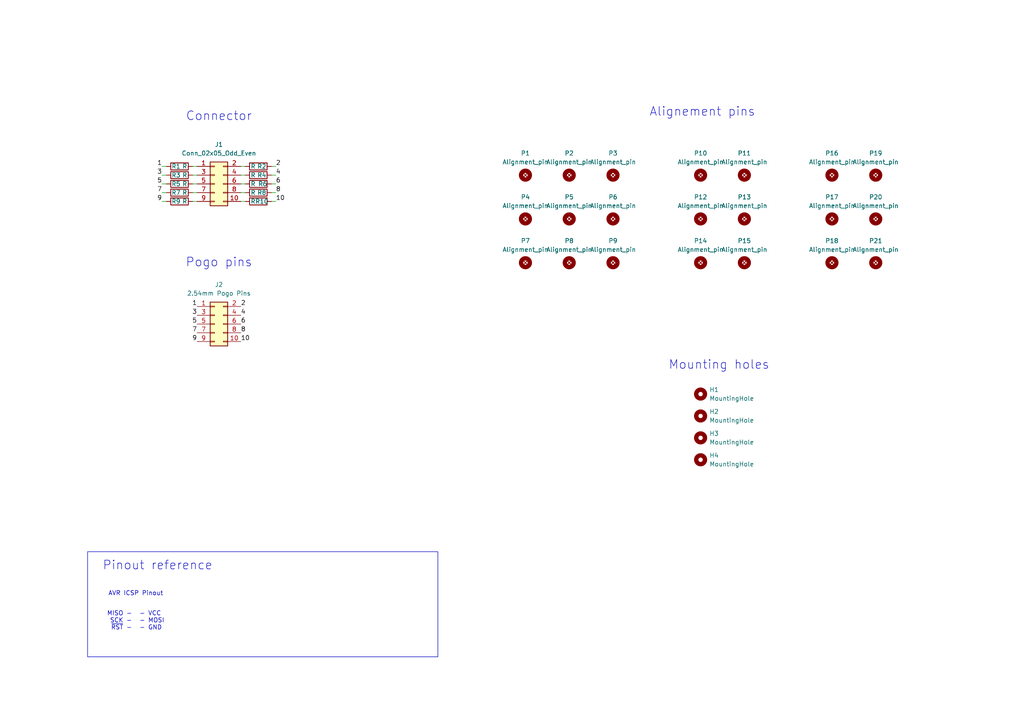
<source format=kicad_sch>
(kicad_sch (version 20231120) (generator "eeschema") (generator_version "8.0")
  (paper "A4")
  (title_block (title "Pogo Pin Programmer 2.54mm") (date "2025-12-28") (rev "Rev 1.1") (company "pdulab"))
  (lib_symbols
    (symbol "Connector_Generic:Conn_02x05_Odd_Even" (pin_names (offset 1.016) hide)
      (property "Reference" "J" (at 1.27 7.62 0))
      (property "Value" "Conn_02x05_Odd_Even" (at 1.27 -7.62 0))
      (symbol "Conn_02x05_Odd_Even_1_1"
        (rectangle (start -1.27 -4.953) (end 0 -5.207) (stroke (width 0.1524)))
        (rectangle (start -1.27 -2.413) (end 0 -2.667) (stroke (width 0.1524)))
        (rectangle (start -1.27 0.127) (end 0 -0.127) (stroke (width 0.1524)))
        (rectangle (start -1.27 2.667) (end 0 2.413) (stroke (width 0.1524)))
        (rectangle (start -1.27 5.207) (end 0 4.953) (stroke (width 0.1524)))
        (rectangle (start -1.27 6.35) (end 3.81 -6.35) (stroke (width 0.254)) (fill (type background)))
        (rectangle (start 3.81 -4.953) (end 2.54 -5.207) (stroke (width 0.1524)))
        (rectangle (start 3.81 -2.413) (end 2.54 -2.667) (stroke (width 0.1524)))
        (rectangle (start 3.81 0.127) (end 2.54 -0.127) (stroke (width 0.1524)))
        (rectangle (start 3.81 2.667) (end 2.54 2.413) (stroke (width 0.1524)))
        (rectangle (start 3.81 5.207) (end 2.54 4.953) (stroke (width 0.1524)))
        (pin passive line (at -5.08 5.08 0) (length 3.81) (name "Pin_1") (number "1"))
        (pin passive line (at 7.62 -5.08 180) (length 3.81) (name "Pin_10") (number "10"))
        (pin passive line (at 7.62 5.08 180) (length 3.81) (name "Pin_2") (number "2"))
        (pin passive line (at -5.08 2.54 0) (length 3.81) (name "Pin_3") (number "3"))
        (pin passive line (at 7.62 2.54 180) (length 3.81) (name "Pin_4") (number "4"))
        (pin passive line (at -5.08 0 0) (length 3.81) (name "Pin_5") (number "5"))
        (pin passive line (at 7.62 0 180) (length 3.81) (name "Pin_6") (number "6"))
        (pin passive line (at -5.08 -2.54 0) (length 3.81) (name "Pin_7") (number "7"))
        (pin passive line (at 7.62 -2.54 180) (length 3.81) (name "Pin_8") (number "8"))
        (pin passive line (at -5.08 -5.08 0) (length 3.81) (name "Pin_9") (number "9"))
      )
    )
    (symbol "Device:R" (pin_numbers hide) (pin_names (offset 0))
      (property "Reference" "R" (at 2.032 0 90))
      (property "Value" "R" (at 0 0 90))
      (symbol "R_0_1"
        (rectangle (start -1.016 -2.54) (end 1.016 2.54) (stroke (width 0.254)))
      )
      (symbol "R_1_1"
        (pin passive line (at 0 3.81 270) (length 1.27) (name "~") (number "1"))
        (pin passive line (at 0 -3.81 90) (length 1.27) (name "~") (number "2"))
      )
    )
    (symbol "Mechanical:MountingHole" (pin_names (offset 1.016)) (exclude_from_sim yes) (in_bom no)
      (property "Reference" "H" (at 0 5.08 0))
      (property "Value" "MountingHole" (at 0 3.175 0))
      (symbol "MountingHole_0_1"
        (circle (center 0 0) (radius 1.27) (stroke (width 1.27)))
      )
    )
    (symbol "project_lib:Alignment_pin" (pin_numbers hide) (pin_names (offset 1.016) hide) (exclude_from_sim yes) (in_bom no)
      (property "Reference" "P" (at 0 6.35 0))
      (property "Value" "Alignment_pin" (at 0 4.445 0))
      (symbol "Alignment_pin_0_1"
        (circle (center 0 1.27) (radius 1.27) (stroke (width 1.27)))
      )
      (symbol "Alignment_pin_1_1"
        (pin no_connect non_logic (at 0 1.27 180) (length 0) (name "1") (number "1"))
      )
    )
  )
  (wire (pts (xy 69.85 53.34) (xy 71.12 53.34)))
  (wire (pts (xy 46.99 50.8) (xy 48.26 50.8)))
  (wire (pts (xy 78.74 53.34) (xy 80.01 53.34)))
  (wire (pts (xy 69.85 50.8) (xy 71.12 50.8)))
  (wire (pts (xy 78.74 50.8) (xy 80.01 50.8)))
  (wire (pts (xy 55.88 48.26) (xy 57.15 48.26)))
  (wire (pts (xy 69.85 48.26) (xy 71.12 48.26)))
  (wire (pts (xy 78.74 55.88) (xy 80.01 55.88)))
  (wire (pts (xy 55.88 50.8) (xy 57.15 50.8)))
  (wire (pts (xy 46.99 55.88) (xy 48.26 55.88)))
  (wire (pts (xy 69.85 58.42) (xy 71.12 58.42)))
  (wire (pts (xy 55.88 55.88) (xy 57.15 55.88)))
  (wire (pts (xy 78.74 48.26) (xy 80.01 48.26)))
  (wire (pts (xy 46.99 53.34) (xy 48.26 53.34)))
  (wire (pts (xy 55.88 53.34) (xy 57.15 53.34)))
  (wire (pts (xy 69.85 55.88) (xy 71.12 55.88)))
  (wire (pts (xy 55.88 58.42) (xy 57.15 58.42)))
  (wire (pts (xy 46.99 48.26) (xy 48.26 48.26)))
  (wire (pts (xy 46.99 58.42) (xy 48.26 58.42)))
  (wire (pts (xy 78.74 58.42) (xy 80.01 58.42)))
  (rectangle (start 25.4 160.02) (end 127 190.5))
  (text "MISO -\nSCK -\n~{RST} -" (at 38.354 180.086 0) (effects (font (size 1.27 1.27)) (justify right)))
  (text "Pinout reference" (at 45.72 164.084 0) (effects (font (size 2.54 2.54))))
  (text "Alignement pins" (at 203.708 32.512 0) (effects (font (size 2.54 2.54))))
  (text "Pogo pins" (at 63.5 76.2 0) (effects (font (size 2.54 2.54))))
  (text "AVR ICSP Pinout" (at 39.37 172.212 0) (effects (font (size 1.27 1.27))))
  (text "Mounting holes\n" (at 208.534 105.918 0) (effects (font (size 2.54 2.54))))
  (text "Connector" (at 63.5 33.782 0) (effects (font (size 2.54 2.54))))
  (text "- VCC\n- MOSI\n- GND" (at 40.386 180.086 0) (effects (font (size 1.27 1.27)) (justify left)))
  (label "3" (at 57.15 91.44 180))
  (label "9" (at 57.15 99.06 180))
  (label "8" (at 80.01 55.88 0))
  (label "4" (at 69.85 91.44 0))
  (label "6" (at 69.85 93.98 0))
  (label "1" (at 57.15 88.9 180))
  (label "3" (at 46.99 50.8 180))
  (label "10" (at 69.85 99.06 0))
  (label "1" (at 46.99 48.26 180))
  (label "7" (at 57.15 96.52 180))
  (label "2" (at 80.01 48.26 0))
  (label "5" (at 46.99 53.34 180))
  (label "7" (at 46.99 55.88 180))
  (label "6" (at 80.01 53.34 0))
  (label "9" (at 46.99 58.42 180))
  (label "5" (at 57.15 93.98 180))
  (label "2" (at 69.85 88.9 0))
  (label "8" (at 69.85 96.52 0))
  (label "4" (at 80.01 50.8 0))
  (label "10" (at 80.01 58.42 0))
  (symbol (lib_id "Mechanical:MountingHole") (at 203.2 114.3 0) (unit 1) (exclude_from_sim yes) (in_bom no)
    (property "Reference" "H1" (at 205.74 113.0299 0) (effects (justify left)))
    (property "Value" "MountingHole" (at 205.74 115.5699 0) (effects (justify left)))
    (property "Footprint" "MountingHole:MountingHole_2.7mm_M2.5" (effects (hide yes)))
    (property "Description" "Mounting Hole without connection" (effects (hide yes)))
  )
  (symbol (lib_id "project_lib:Alignment_pin") (at 177.8 77.47 0) (unit 1) (exclude_from_sim yes) (in_bom no)
    (property "Reference" "P9" (at 177.8 69.85 0))
    (property "Value" "Alignment_pin" (at 177.8 72.39 0))
    (property "Footprint" "project_lib:Alignment_pin_2.54mm" (effects (hide yes)))
  )
  (symbol (lib_id "Device:R") (at 52.07 50.8 90) (unit 1)
    (property "Reference" "R3" (at 51.054 50.8 90))
    (property "Value" "R" (at 53.594 50.8 90))
    (property "Footprint" "Resistor_SMD:R_1206_3216Metric_Pad1.30x1.75mm_HandSolder" (effects (hide yes)))
    (property "Description" "Resistor" (effects (hide yes)))
  )
  (symbol (lib_id "Device:R") (at 74.93 55.88 270) (mirror x) (unit 1)
    (property "Reference" "R8" (at 75.946 55.88 90))
    (property "Value" "R" (at 73.406 55.88 90))
    (property "Footprint" "Resistor_SMD:R_1206_3216Metric_Pad1.30x1.75mm_HandSolder" (effects (hide yes)))
    (property "Description" "Resistor" (effects (hide yes)))
  )
  (symbol (lib_id "Connector_Generic:Conn_02x05_Odd_Even") (at 62.23 53.34 0) (unit 1)
    (property "Reference" "J1" (at 63.5 41.91 0))
    (property "Value" "Conn_02x05_Odd_Even" (at 63.5 44.45 0))
    (property "Footprint" "Connector_IDC:IDC-Header_2x05_P2.54mm_Vertical" (effects (hide yes)))
    (property "Description" "Generic connector, double row, 02x05, odd/even pin numbering scheme (row 1 odd numbers, row 2 even numbers), script generated (kicad-library-utils/schlib/autogen/connector/)" (effects (hide yes)))
  )
  (symbol (lib_id "project_lib:Alignment_pin") (at 152.4 77.47 0) (unit 1) (exclude_from_sim yes) (in_bom no)
    (property "Reference" "P7" (at 152.4 69.85 0))
    (property "Value" "Alignment_pin" (at 152.4 72.39 0))
    (property "Footprint" "project_lib:Alignment_pin_2.54mm" (effects (hide yes)))
  )
  (symbol (lib_id "project_lib:Alignment_pin") (at 152.4 64.77 0) (unit 1) (exclude_from_sim yes) (in_bom no)
    (property "Reference" "P4" (at 152.4 57.15 0))
    (property "Value" "Alignment_pin" (at 152.4 59.69 0))
    (property "Footprint" "project_lib:Alignment_pin_2.54mm" (effects (hide yes)))
  )
  (symbol (lib_id "Device:R") (at 74.93 50.8 270) (mirror x) (unit 1)
    (property "Reference" "R4" (at 75.946 50.8 90))
    (property "Value" "R" (at 73.406 50.8 90))
    (property "Footprint" "Resistor_SMD:R_1206_3216Metric_Pad1.30x1.75mm_HandSolder" (effects (hide yes)))
    (property "Description" "Resistor" (effects (hide yes)))
  )
  (symbol (lib_id "Mechanical:MountingHole") (at 203.2 127 0) (unit 1) (exclude_from_sim yes) (in_bom no)
    (property "Reference" "H3" (at 205.74 125.7299 0) (effects (justify left)))
    (property "Value" "MountingHole" (at 205.74 128.2699 0) (effects (justify left)))
    (property "Footprint" "MountingHole:MountingHole_2.7mm_M2.5" (effects (hide yes)))
    (property "Description" "Mounting Hole without connection" (effects (hide yes)))
  )
  (symbol (lib_id "project_lib:Alignment_pin") (at 165.1 64.77 0) (unit 1) (exclude_from_sim yes) (in_bom no)
    (property "Reference" "P5" (at 165.1 57.15 0))
    (property "Value" "Alignment_pin" (at 165.1 59.69 0))
    (property "Footprint" "project_lib:Alignment_pin_2.54mm" (effects (hide yes)))
  )
  (symbol (lib_id "project_lib:Alignment_pin") (at 215.9 64.77 0) (unit 1) (exclude_from_sim yes) (in_bom no)
    (property "Reference" "P13" (at 215.9 57.15 0))
    (property "Value" "Alignment_pin" (at 215.9 59.69 0))
    (property "Footprint" "project_lib:Alignment_pin_2.54mm" (effects (hide yes)))
  )
  (symbol (lib_id "project_lib:Alignment_pin") (at 254 64.77 0) (unit 1) (exclude_from_sim yes) (in_bom no)
    (property "Reference" "P20" (at 254 57.15 0))
    (property "Value" "Alignment_pin" (at 254 59.69 0))
    (property "Footprint" "project_lib:Alignment_pin_2.54mm" (effects (hide yes)))
  )
  (symbol (lib_id "project_lib:Alignment_pin") (at 165.1 52.07 0) (unit 1) (exclude_from_sim yes) (in_bom no)
    (property "Reference" "P2" (at 165.1 44.45 0))
    (property "Value" "Alignment_pin" (at 165.1 46.99 0))
    (property "Footprint" "project_lib:Alignment_pin_2.54mm" (effects (hide yes)))
  )
  (symbol (lib_id "project_lib:Alignment_pin") (at 254 77.47 0) (unit 1) (exclude_from_sim yes) (in_bom no)
    (property "Reference" "P21" (at 254 69.85 0))
    (property "Value" "Alignment_pin" (at 254 72.39 0))
    (property "Footprint" "project_lib:Alignment_pin_2.54mm" (effects (hide yes)))
  )
  (symbol (lib_id "Device:R") (at 74.93 48.26 270) (mirror x) (unit 1)
    (property "Reference" "R2" (at 75.946 48.26 90))
    (property "Value" "R" (at 73.406 48.26 90))
    (property "Footprint" "Resistor_SMD:R_1206_3216Metric_Pad1.30x1.75mm_HandSolder" (effects (hide yes)))
    (property "Description" "Resistor" (effects (hide yes)))
  )
  (symbol (lib_id "project_lib:Alignment_pin") (at 215.9 52.07 0) (unit 1) (exclude_from_sim yes) (in_bom no)
    (property "Reference" "P11" (at 215.9 44.45 0))
    (property "Value" "Alignment_pin" (at 215.9 46.99 0))
    (property "Footprint" "project_lib:Alignment_pin_2.54mm" (effects (hide yes)))
  )
  (symbol (lib_id "Device:R") (at 52.07 58.42 90) (unit 1)
    (property "Reference" "R9" (at 51.054 58.42 90))
    (property "Value" "R" (at 53.594 58.42 90))
    (property "Footprint" "Resistor_SMD:R_1206_3216Metric_Pad1.30x1.75mm_HandSolder" (effects (hide yes)))
    (property "Description" "Resistor" (effects (hide yes)))
  )
  (symbol (lib_id "project_lib:Alignment_pin") (at 177.8 52.07 0) (unit 1) (exclude_from_sim yes) (in_bom no)
    (property "Reference" "P3" (at 177.8 44.45 0))
    (property "Value" "Alignment_pin" (at 177.8 46.99 0))
    (property "Footprint" "project_lib:Alignment_pin_2.54mm" (effects (hide yes)))
  )
  (symbol (lib_id "project_lib:Alignment_pin") (at 203.2 64.77 0) (unit 1) (exclude_from_sim yes) (in_bom no)
    (property "Reference" "P12" (at 203.2 57.15 0))
    (property "Value" "Alignment_pin" (at 203.2 59.69 0))
    (property "Footprint" "project_lib:Alignment_pin_2.54mm" (effects (hide yes)))
  )
  (symbol (lib_id "Device:R") (at 52.07 53.34 90) (unit 1)
    (property "Reference" "R5" (at 51.054 53.34 90))
    (property "Value" "R" (at 53.594 53.34 90))
    (property "Footprint" "Resistor_SMD:R_1206_3216Metric_Pad1.30x1.75mm_HandSolder" (effects (hide yes)))
    (property "Description" "Resistor" (effects (hide yes)))
  )
  (symbol (lib_id "Mechanical:MountingHole") (at 203.2 120.65 0) (unit 1) (exclude_from_sim yes) (in_bom no)
    (property "Reference" "H2" (at 205.74 119.3799 0) (effects (justify left)))
    (property "Value" "MountingHole" (at 205.74 121.9199 0) (effects (justify left)))
    (property "Footprint" "MountingHole:MountingHole_2.7mm_M2.5" (effects (hide yes)))
    (property "Description" "Mounting Hole without connection" (effects (hide yes)))
  )
  (symbol (lib_id "project_lib:Alignment_pin") (at 177.8 64.77 0) (unit 1) (exclude_from_sim yes) (in_bom no)
    (property "Reference" "P6" (at 177.8 57.15 0))
    (property "Value" "Alignment_pin" (at 177.8 59.69 0))
    (property "Footprint" "project_lib:Alignment_pin_2.54mm" (effects (hide yes)))
  )
  (symbol (lib_id "project_lib:Alignment_pin") (at 254 52.07 0) (unit 1) (exclude_from_sim yes) (in_bom no)
    (property "Reference" "P19" (at 254 44.45 0))
    (property "Value" "Alignment_pin" (at 254 46.99 0))
    (property "Footprint" "project_lib:Alignment_pin_2.54mm" (effects (hide yes)))
  )
  (symbol (lib_id "project_lib:Alignment_pin") (at 203.2 52.07 0) (unit 1) (exclude_from_sim yes) (in_bom no)
    (property "Reference" "P10" (at 203.2 44.45 0))
    (property "Value" "Alignment_pin" (at 203.2 46.99 0))
    (property "Footprint" "project_lib:Alignment_pin_2.54mm" (effects (hide yes)))
  )
  (symbol (lib_id "project_lib:Alignment_pin") (at 241.3 52.07 0) (unit 1) (exclude_from_sim yes) (in_bom no)
    (property "Reference" "P16" (at 241.3 44.45 0))
    (property "Value" "Alignment_pin" (at 241.3 46.99 0))
    (property "Footprint" "project_lib:Alignment_pin_2.54mm" (effects (hide yes)))
  )
  (symbol (lib_id "project_lib:Alignment_pin") (at 241.3 77.47 0) (unit 1) (exclude_from_sim yes) (in_bom no)
    (property "Reference" "P18" (at 241.3 69.85 0))
    (property "Value" "Alignment_pin" (at 241.3 72.39 0))
    (property "Footprint" "project_lib:Alignment_pin_2.54mm" (effects (hide yes)))
  )
  (symbol (lib_id "project_lib:Alignment_pin") (at 203.2 77.47 0) (unit 1) (exclude_from_sim yes) (in_bom no)
    (property "Reference" "P14" (at 203.2 69.85 0))
    (property "Value" "Alignment_pin" (at 203.2 72.39 0))
    (property "Footprint" "project_lib:Alignment_pin_2.54mm" (effects (hide yes)))
  )
  (symbol (lib_id "project_lib:Alignment_pin") (at 165.1 77.47 0) (unit 1) (exclude_from_sim yes) (in_bom no)
    (property "Reference" "P8" (at 165.1 69.85 0))
    (property "Value" "Alignment_pin" (at 165.1 72.39 0))
    (property "Footprint" "project_lib:Alignment_pin_2.54mm" (effects (hide yes)))
  )
  (symbol (lib_id "project_lib:Alignment_pin") (at 152.4 52.07 0) (unit 1) (exclude_from_sim yes) (in_bom no)
    (property "Reference" "P1" (at 152.4 44.45 0))
    (property "Value" "Alignment_pin" (at 152.4 46.99 0))
    (property "Footprint" "project_lib:Alignment_pin_2.54mm" (effects (hide yes)))
  )
  (symbol (lib_id "Mechanical:MountingHole") (at 203.2 133.35 0) (unit 1) (exclude_from_sim yes) (in_bom no)
    (property "Reference" "H4" (at 205.74 132.0799 0) (effects (justify left)))
    (property "Value" "MountingHole" (at 205.74 134.6199 0) (effects (justify left)))
    (property "Footprint" "MountingHole:MountingHole_2.7mm_M2.5" (effects (hide yes)))
    (property "Description" "Mounting Hole without connection" (effects (hide yes)))
  )
  (symbol (lib_id "Device:R") (at 52.07 48.26 90) (unit 1)
    (property "Reference" "R1" (at 51.054 48.26 90))
    (property "Value" "R" (at 53.594 48.26 90))
    (property "Footprint" "Resistor_SMD:R_1206_3216Metric_Pad1.30x1.75mm_HandSolder" (effects (hide yes)))
    (property "Description" "Resistor" (effects (hide yes)))
  )
  (symbol (lib_id "Device:R") (at 74.93 53.34 270) (mirror x) (unit 1)
    (property "Reference" "R6" (at 76.2 53.34 90))
    (property "Value" "R" (at 73.406 53.34 90))
    (property "Footprint" "Resistor_SMD:R_1206_3216Metric_Pad1.30x1.75mm_HandSolder" (effects (hide yes)))
    (property "Description" "Resistor" (effects (hide yes)))
  )
  (symbol (lib_id "project_lib:Alignment_pin") (at 241.3 64.77 0) (unit 1) (exclude_from_sim yes) (in_bom no)
    (property "Reference" "P17" (at 241.3 57.15 0))
    (property "Value" "Alignment_pin" (at 241.3 59.69 0))
    (property "Footprint" "project_lib:Alignment_pin_2.54mm" (effects (hide yes)))
  )
  (symbol (lib_id "Connector_Generic:Conn_02x05_Odd_Even") (at 62.23 93.98 0) (unit 1)
    (property "Reference" "J2" (at 63.5 82.55 0))
    (property "Value" "2.54mm Pogo Pins" (at 63.5 85.09 0))
    (property "Footprint" "Connector_PinHeader_2.54mm:PinHeader_2x05_P2.54mm_Vertical" (effects (hide yes)))
    (property "Description" "Generic connector, double row, 02x05, odd/even pin numbering scheme (row 1 odd numbers, row 2 even numbers), script generated (kicad-library-utils/schlib/autogen/connector/)" (effects (hide yes)))
  )
  (symbol (lib_id "Device:R") (at 52.07 55.88 90) (unit 1)
    (property "Reference" "R7" (at 51.054 55.88 90))
    (property "Value" "R" (at 53.594 55.88 90))
    (property "Footprint" "Resistor_SMD:R_1206_3216Metric_Pad1.30x1.75mm_HandSolder" (effects (hide yes)))
    (property "Description" "Resistor" (effects (hide yes)))
  )
  (symbol (lib_id "project_lib:Alignment_pin") (at 215.9 77.47 0) (unit 1) (exclude_from_sim yes) (in_bom no)
    (property "Reference" "P15" (at 215.9 69.85 0))
    (property "Value" "Alignment_pin" (at 215.9 72.39 0))
    (property "Footprint" "project_lib:Alignment_pin_2.54mm" (effects (hide yes)))
  )
  (symbol (lib_id "Device:R") (at 74.93 58.42 270) (mirror x) (unit 1)
    (property "Reference" "R10" (at 75.946 58.42 90))
    (property "Value" "R" (at 73.406 58.42 90))
    (property "Footprint" "Resistor_SMD:R_1206_3216Metric_Pad1.30x1.75mm_HandSolder" (effects (hide yes)))
    (property "Description" "Resistor" (effects (hide yes)))
  )
)
</source>
